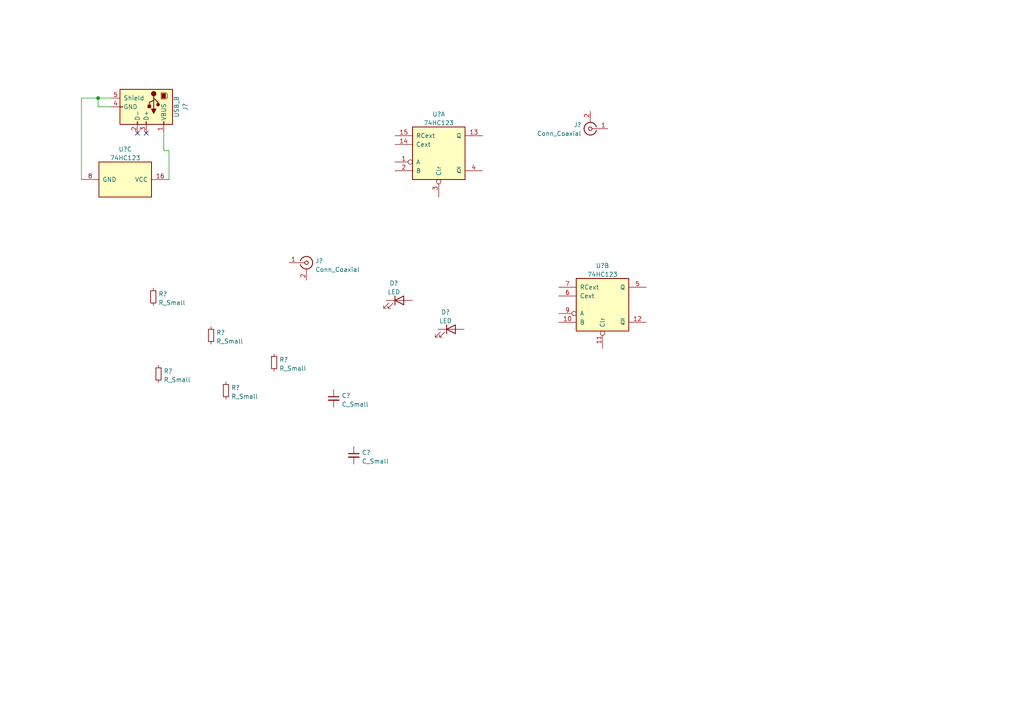
<source format=kicad_sch>
(kicad_sch (version 20211123) (generator eeschema)
  (paper "A4")
  (lib_symbols
    (symbol "74xx:74HC123" (pin_names (offset 1.016))
      (property "Reference" "U" (at -7.62 8.89 0))
      (property "Value" "74HC123" (at -7.62 -8.89 0))
      (symbol "74HC123_1_0"
        (pin input inverted (at -12.7 -2.54 0) (length 5.08) (name "A") (number "1"))
        (pin output line (at 12.7 5.08 180) (length 5.08) (name "Q") (number "13"))
        (pin input line (at -12.7 2.54 0) (length 5.08) (name "Cext") (number "14"))
        (pin input line (at -12.7 5.08 0) (length 5.08) (name "RCext") (number "15"))
        (pin input line (at -12.7 -5.08 0) (length 5.08) (name "B") (number "2"))
        (pin input inverted (at 0 -12.7 90) (length 5.08) (name "Clr") (number "3"))
        (pin output line (at 12.7 -5.08 180) (length 5.08) (name "~{Q}") (number "4"))
      )
      (symbol "74HC123_1_1"
        (rectangle (start -7.62 7.62) (end 7.62 -7.62) (stroke (width 0.254)) (fill (type background)))
      )
      (symbol "74HC123_2_0"
        (pin input line (at -12.7 -5.08 0) (length 5.08) (name "B") (number "10"))
        (pin input inverted (at 0 -12.7 90) (length 5.08) (name "Clr") (number "11"))
        (pin output line (at 12.7 -5.08 180) (length 5.08) (name "~{Q}") (number "12"))
        (pin output line (at 12.7 5.08 180) (length 5.08) (name "Q") (number "5"))
        (pin input line (at -12.7 2.54 0) (length 5.08) (name "Cext") (number "6"))
        (pin input line (at -12.7 5.08 0) (length 5.08) (name "RCext") (number "7"))
        (pin input inverted (at -12.7 -2.54 0) (length 5.08) (name "A") (number "9"))
      )
      (symbol "74HC123_2_1"
        (rectangle (start -7.62 7.62) (end 7.62 -7.62) (stroke (width 0.254)) (fill (type background)))
      )
      (symbol "74HC123_3_0"
        (pin power_in line (at 0 12.7 270) (length 5.08) (name "VCC") (number "16"))
        (pin power_in line (at 0 -12.7 90) (length 5.08) (name "GND") (number "8"))
      )
      (symbol "74HC123_3_1"
        (rectangle (start -5.08 7.62) (end 5.08 -7.62) (stroke (width 0.254)) (fill (type background)))
      )
    )
    (symbol "Connector:Conn_Coaxial" (pin_names (offset 1.016) hide)
      (property "Reference" "J" (at 0.254 3.048 0))
      (property "Value" "Conn_Coaxial" (at 2.921 0 90))
      (symbol "Conn_Coaxial_0_1"
        (arc (start -1.778 -0.508) (mid 0.2311 -1.8066) (end 1.778 0) (stroke (width 0.254)))
        (polyline (pts (xy -2.54 0) (xy -0.508 0)))
        (polyline (pts (xy 0 -2.54) (xy 0 -1.778)))
        (circle (center 0 0) (radius 0.508) (stroke (width 0.2032)))
        (arc (start 1.778 0) (mid 0.2099 1.8101) (end -1.778 0.508) (stroke (width 0.254)))
      )
      (symbol "Conn_Coaxial_1_1"
        (pin passive line (at -5.08 0 0) (length 2.54) (name "In") (number "1"))
        (pin passive line (at 0 -5.08 90) (length 2.54) (name "Ext") (number "2"))
      )
    )
    (symbol "Connector:USB_B" (pin_names (offset 1.016))
      (property "Reference" "J" (at -5.08 11.43 0))
      (property "Value" "USB_B" (at -5.08 8.89 0))
      (symbol "USB_B_0_1"
        (rectangle (start -5.08 -7.62) (end 5.08 7.62) (stroke (width 0.254)) (fill (type background)))
        (circle (center -3.81 2.159) (radius 0.635) (stroke (width 0.254)) (fill (type outline)))
        (rectangle (start -3.81 5.588) (end -2.54 4.572) (fill (type outline)))
        (circle (center -0.635 3.429) (radius 0.381) (stroke (width 0.254)) (fill (type outline)))
        (rectangle (start -0.127 -7.62) (end 0.127 -6.858))
        (polyline (pts (xy -1.905 2.159) (xy 0.635 2.159)) (stroke (width 0.254)))
        (polyline (pts (xy -3.175 2.159) (xy -2.54 2.159) (xy -1.27 3.429) (xy -0.635 3.429)) (stroke (width 0.254)))
        (polyline (pts (xy -2.54 2.159) (xy -1.905 2.159) (xy -1.27 0.889) (xy 0 0.889)) (stroke (width 0.254)))
        (polyline (pts (xy 0.635 2.794) (xy 0.635 1.524) (xy 1.905 2.159) (xy 0.635 2.794)) (stroke (width 0.254)) (fill (type outline)))
        (polyline (pts (xy -4.064 4.318) (xy -2.286 4.318) (xy -2.286 5.715) (xy -2.667 6.096) (xy -3.683 6.096) (xy -4.064 5.715) (xy -4.064 4.318)))
        (rectangle (start 0.254 1.27) (end -0.508 0.508) (stroke (width 0.254)) (fill (type outline)))
        (rectangle (start 5.08 -2.667) (end 4.318 -2.413))
        (rectangle (start 5.08 -0.127) (end 4.318 0.127))
        (rectangle (start 5.08 4.953) (end 4.318 5.207))
      )
      (symbol "USB_B_1_1"
        (pin power_out line (at 7.62 5.08 180) (length 2.54) (name "VBUS") (number "1"))
        (pin bidirectional line (at 7.62 -2.54 180) (length 2.54) (name "D-") (number "2"))
        (pin bidirectional line (at 7.62 0 180) (length 2.54) (name "D+") (number "3"))
        (pin power_out line (at 0 -10.16 90) (length 2.54) (name "GND") (number "4"))
        (pin passive line (at -2.54 -10.16 90) (length 2.54) (name "Shield") (number "5"))
      )
    )
    (symbol "Device:C_Small" (pin_numbers hide) (pin_names (offset 0.254) hide)
      (property "Reference" "C" (at 0.254 1.778 0))
      (property "Value" "C_Small" (at 0.254 -2.032 0))
      (symbol "C_Small_0_1"
        (polyline (pts (xy -1.524 -0.508) (xy 1.524 -0.508)) (stroke (width 0.3302)))
        (polyline (pts (xy -1.524 0.508) (xy 1.524 0.508)) (stroke (width 0.3048)))
      )
      (symbol "C_Small_1_1"
        (pin passive line (at 0 2.54 270) (length 2.032) (name "~") (number "1"))
        (pin passive line (at 0 -2.54 90) (length 2.032) (name "~") (number "2"))
      )
    )
    (symbol "Device:LED" (pin_numbers hide) (pin_names (offset 1.016) hide)
      (property "Reference" "D" (at 0 2.54 0))
      (property "Value" "LED" (at 0 -2.54 0))
      (symbol "LED_0_1"
        (polyline (pts (xy -1.27 -1.27) (xy -1.27 1.27)) (stroke (width 0.254)))
        (polyline (pts (xy -1.27 0) (xy 1.27 0)))
        (polyline (pts (xy 1.27 -1.27) (xy 1.27 1.27) (xy -1.27 0) (xy 1.27 -1.27)) (stroke (width 0.254)))
        (polyline (pts (xy -3.048 -0.762) (xy -4.572 -2.286) (xy -3.81 -2.286) (xy -4.572 -2.286) (xy -4.572 -1.524)))
        (polyline (pts (xy -1.778 -0.762) (xy -3.302 -2.286) (xy -2.54 -2.286) (xy -3.302 -2.286) (xy -3.302 -1.524)))
      )
      (symbol "LED_1_1"
        (pin passive line (at -3.81 0 0) (length 2.54) (name "K") (number "1"))
        (pin passive line (at 3.81 0 180) (length 2.54) (name "A") (number "2"))
      )
    )
    (symbol "Device:R_Small" (pin_numbers hide) (pin_names (offset 0.254) hide)
      (property "Reference" "R" (at 0.762 0.508 0))
      (property "Value" "R_Small" (at 0.762 -1.016 0))
      (symbol "R_Small_0_1"
        (rectangle (start -0.762 1.778) (end 0.762 -1.778) (stroke (width 0.2032)))
      )
      (symbol "R_Small_1_1"
        (pin passive line (at 0 2.54 270) (length 0.762) (name "~") (number "1"))
        (pin passive line (at 0 -2.54 90) (length 0.762) (name "~") (number "2"))
      )
    )
  )
  (junction (at 28.448 28.448))
  (no_connect (at 39.878 38.608))
  (no_connect (at 42.418 38.608))
  (wire (pts (xy 23.622 28.448) (xy 28.448 28.448)))
  (wire (pts (xy 49.022 43.688) (xy 47.498 43.688)))
  (wire (pts (xy 28.448 28.448) (xy 32.258 28.448)))
  (wire (pts (xy 49.022 52.07) (xy 49.022 43.688)))
  (wire (pts (xy 23.622 52.07) (xy 23.622 28.448)))
  (wire (pts (xy 28.448 30.988) (xy 28.448 28.448)))
  (wire (pts (xy 32.258 30.988) (xy 28.448 30.988)))
  (wire (pts (xy 47.498 38.608) (xy 47.498 43.688)))
  (symbol (lib_id "Connector:Conn_Coaxial") (at 88.9 76.2 0) (unit 1)
    (property "Reference" "J?" (at 91.44 75.6585 0) (effects (justify left)))
    (property "Value" "Conn_Coaxial" (at 91.44 78.1954 0) (effects (justify left)))
    (property "Datasheet" " ~" (effects hide))
  )
  (symbol (lib_id "Device:R_Small") (at 65.532 113.284 0) (unit 1)
    (property "Reference" "R?" (at 67.0306 112.4493 0) (effects (justify left)))
    (property "Value" "R_Small" (at 67.0306 114.9862 0) (effects (justify left)))
  )
  (symbol (lib_id "74xx:74HC123") (at 127.254 44.45 0) (unit 1)
    (property "Reference" "U?" (at 127.254 33.1302 0))
    (property "Value" "74HC123" (at 127.254 35.6671 0))
    (property "Datasheet" "https://assets.nexperia.com/documents/data-sheet/74HC_HCT123.pdf" (effects hide))
  )
  (symbol (lib_id "Device:LED") (at 115.824 87.122 0) (unit 1)
    (property "Reference" "D?" (at 114.2365 82.1522 0))
    (property "Value" "LED" (at 114.2365 84.6891 0))
  )
  (symbol (lib_id "74xx:74HC123") (at 36.322 52.07 270) (unit 3)
    (property "Reference" "U?" (at 36.322 43.2902 90))
    (property "Value" "74HC123" (at 36.322 45.8271 90))
    (property "Datasheet" "https://assets.nexperia.com/documents/data-sheet/74HC_HCT123.pdf" (effects hide))
  )
  (symbol (lib_id "Device:R_Small") (at 61.214 97.282 0) (unit 1)
    (property "Reference" "R?" (at 62.7126 96.4473 0) (effects (justify left)))
    (property "Value" "R_Small" (at 62.7126 98.9842 0) (effects (justify left)))
  )
  (symbol (lib_id "Connector:Conn_Coaxial") (at 171.196 37.338 180) (unit 1)
    (property "Reference" "J?" (at 168.6559 36.2101 0) (effects (justify left)))
    (property "Value" "Conn_Coaxial" (at 168.6559 38.747 0) (effects (justify left)))
    (property "Datasheet" " ~" (effects hide))
  )
  (symbol (lib_id "Device:LED") (at 130.81 95.504 0) (unit 1)
    (property "Reference" "D?" (at 129.2225 90.5342 0))
    (property "Value" "LED" (at 129.2225 93.0711 0))
  )
  (symbol (lib_id "Connector:USB_B") (at 42.418 30.988 270) (unit 1)
    (property "Reference" "J?" (at 53.7378 30.988 0))
    (property "Value" "USB_B" (at 51.2009 30.988 0))
    (property "Datasheet" " ~" (effects hide))
  )
  (symbol (lib_id "74xx:74HC123") (at 174.752 88.392 0) (unit 2)
    (property "Reference" "U?" (at 174.752 77.0722 0))
    (property "Value" "74HC123" (at 174.752 79.6091 0))
    (property "Datasheet" "https://assets.nexperia.com/documents/data-sheet/74HC_HCT123.pdf" (effects hide))
  )
  (symbol (lib_id "Device:R_Small") (at 44.45 86.106 0) (unit 1)
    (property "Reference" "R?" (at 45.9486 85.2713 0) (effects (justify left)))
    (property "Value" "R_Small" (at 45.9486 87.8082 0) (effects (justify left)))
  )
  (symbol (lib_id "Device:R_Small") (at 79.502 105.156 0) (unit 1)
    (property "Reference" "R?" (at 81.0006 104.3213 0) (effects (justify left)))
    (property "Value" "R_Small" (at 81.0006 106.8582 0) (effects (justify left)))
  )
  (symbol (lib_id "Device:R_Small") (at 45.974 108.458 0) (unit 1)
    (property "Reference" "R?" (at 47.4726 107.6233 0) (effects (justify left)))
    (property "Value" "R_Small" (at 47.4726 110.1602 0) (effects (justify left)))
  )
  (symbol (lib_id "Device:C_Small") (at 96.774 115.57 0) (unit 1)
    (property "Reference" "C?" (at 99.0981 114.7416 0) (effects (justify left)))
    (property "Value" "C_Small" (at 99.0981 117.2785 0) (effects (justify left)))
  )
  (symbol (lib_id "Device:C_Small") (at 102.616 132.08 0) (unit 1)
    (property "Reference" "C?" (at 104.9401 131.2516 0) (effects (justify left)))
    (property "Value" "C_Small" (at 104.9401 133.7885 0) (effects (justify left)))
  )
)
</source>
